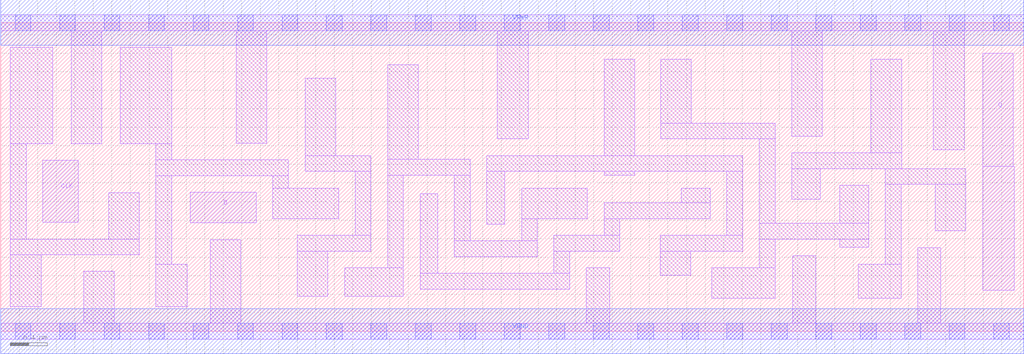
<source format=lef>
# Copyright 2020 The SkyWater PDK Authors
#
# Licensed under the Apache License, Version 2.0 (the "License");
# you may not use this file except in compliance with the License.
# You may obtain a copy of the License at
#
#     https://www.apache.org/licenses/LICENSE-2.0
#
# Unless required by applicable law or agreed to in writing, software
# distributed under the License is distributed on an "AS IS" BASIS,
# WITHOUT WARRANTIES OR CONDITIONS OF ANY KIND, either express or implied.
# See the License for the specific language governing permissions and
# limitations under the License.
#
# SPDX-License-Identifier: Apache-2.0

VERSION 5.7 ;
  NAMESCASESENSITIVE ON ;
  NOWIREEXTENSIONATPIN ON ;
  DIVIDERCHAR "/" ;
  BUSBITCHARS "[]" ;
UNITS
  DATABASE MICRONS 200 ;
END UNITS
MACRO sky130_fd_sc_lp__dfxtp_lp
  CLASS CORE ;
  SOURCE USER ;
  FOREIGN sky130_fd_sc_lp__dfxtp_lp ;
  ORIGIN  0.000000  0.000000 ;
  SIZE  11.04000 BY  3.330000 ;
  SYMMETRY X Y R90 ;
  SITE unit ;
  PIN D
    ANTENNAGATEAREA  0.376000 ;
    DIRECTION INPUT ;
    USE SIGNAL ;
    PORT
      LAYER li1 ;
        RECT 2.045000 1.170000 2.755000 1.500000 ;
    END
  END D
  PIN Q
    ANTENNADIFFAREA  0.400500 ;
    DIRECTION OUTPUT ;
    USE SIGNAL ;
    PORT
      LAYER li1 ;
        RECT 10.595000 0.440000 10.935000 1.780000 ;
        RECT 10.595000 1.780000 10.925000 3.000000 ;
    END
  END Q
  PIN CLK
    ANTENNAGATEAREA  0.376000 ;
    DIRECTION INPUT ;
    USE CLOCK ;
    PORT
      LAYER li1 ;
        RECT 0.455000 1.175000 0.835000 1.845000 ;
    END
  END CLK
  PIN VGND
    DIRECTION INOUT ;
    USE GROUND ;
    PORT
      LAYER met1 ;
        RECT 0.000000 -0.245000 11.040000 0.245000 ;
    END
  END VGND
  PIN VPWR
    DIRECTION INOUT ;
    USE POWER ;
    PORT
      LAYER met1 ;
        RECT 0.000000 3.085000 11.040000 3.575000 ;
    END
  END VPWR
  OBS
    LAYER li1 ;
      RECT  0.000000 -0.085000 11.040000 0.085000 ;
      RECT  0.000000  3.245000 11.040000 3.415000 ;
      RECT  0.105000  0.265000  0.435000 0.825000 ;
      RECT  0.105000  0.825000  1.495000 0.995000 ;
      RECT  0.105000  0.995000  0.275000 2.025000 ;
      RECT  0.105000  2.025000  0.560000 3.065000 ;
      RECT  0.760000  2.025000  1.090000 3.245000 ;
      RECT  0.895000  0.085000  1.225000 0.645000 ;
      RECT  1.165000  0.995000  1.495000 1.495000 ;
      RECT  1.290000  2.025000  1.845000 3.065000 ;
      RECT  1.675000  0.265000  2.015000 0.725000 ;
      RECT  1.675000  0.725000  1.845000 1.680000 ;
      RECT  1.675000  1.680000  3.105000 1.850000 ;
      RECT  1.675000  1.850000  1.845000 2.025000 ;
      RECT  2.260000  0.085000  2.590000 0.990000 ;
      RECT  2.540000  2.030000  2.870000 3.245000 ;
      RECT  2.935000  1.215000  3.645000 1.545000 ;
      RECT  2.935000  1.545000  3.105000 1.680000 ;
      RECT  3.200000  0.375000  3.530000 0.865000 ;
      RECT  3.200000  0.865000  3.995000 1.035000 ;
      RECT  3.285000  1.725000  3.995000 1.895000 ;
      RECT  3.285000  1.895000  3.615000 2.730000 ;
      RECT  3.710000  0.375000  4.345000 0.685000 ;
      RECT  3.825000  1.035000  3.995000 1.725000 ;
      RECT  4.175000  0.685000  4.345000 1.685000 ;
      RECT  4.175000  1.685000  5.065000 1.855000 ;
      RECT  4.175000  1.855000  4.505000 2.875000 ;
      RECT  4.525000  0.455000  6.140000 0.625000 ;
      RECT  4.525000  0.625000  4.715000 1.485000 ;
      RECT  4.895000  0.805000  5.790000 0.975000 ;
      RECT  4.895000  0.975000  5.065000 1.685000 ;
      RECT  5.245000  1.155000  5.440000 1.725000 ;
      RECT  5.245000  1.725000  8.005000 1.895000 ;
      RECT  5.360000  2.075000  5.690000 3.245000 ;
      RECT  5.620000  0.975000  5.790000 1.215000 ;
      RECT  5.620000  1.215000  6.330000 1.545000 ;
      RECT  5.970000  0.625000  6.140000 0.865000 ;
      RECT  5.970000  0.865000  6.680000 1.035000 ;
      RECT  6.320000  0.085000  6.570000 0.685000 ;
      RECT  6.510000  1.035000  6.680000 1.215000 ;
      RECT  6.510000  1.215000  7.655000 1.385000 ;
      RECT  6.510000  1.685000  6.840000 1.725000 ;
      RECT  6.510000  1.895000  6.840000 2.935000 ;
      RECT  7.115000  0.605000  7.445000 0.865000 ;
      RECT  7.115000  0.865000  8.005000 1.035000 ;
      RECT  7.120000  2.075000  8.355000 2.245000 ;
      RECT  7.120000  2.245000  7.450000 2.935000 ;
      RECT  7.345000  1.385000  7.655000 1.545000 ;
      RECT  7.675000  0.355000  8.355000 0.685000 ;
      RECT  7.835000  1.035000  8.005000 1.725000 ;
      RECT  8.185000  0.685000  8.355000 0.995000 ;
      RECT  8.185000  0.995000  9.365000 1.165000 ;
      RECT  8.185000  1.165000  8.355000 2.075000 ;
      RECT  8.535000  1.425000  8.845000 1.755000 ;
      RECT  8.535000  1.755000  9.720000 1.925000 ;
      RECT  8.535000  2.105000  8.865000 3.245000 ;
      RECT  8.545000  0.085000  8.795000 0.815000 ;
      RECT  9.055000  0.905000  9.365000 0.995000 ;
      RECT  9.055000  1.165000  9.365000 1.575000 ;
      RECT  9.255000  0.355000  9.715000 0.725000 ;
      RECT  9.390000  1.925000  9.720000 2.935000 ;
      RECT  9.545000  0.725000  9.715000 1.585000 ;
      RECT  9.545000  1.585000 10.415000 1.755000 ;
      RECT  9.895000  0.085000 10.145000 0.900000 ;
      RECT 10.065000  1.960000 10.395000 3.245000 ;
      RECT 10.085000  1.085000 10.415000 1.585000 ;
    LAYER mcon ;
      RECT  0.155000 -0.085000  0.325000 0.085000 ;
      RECT  0.155000  3.245000  0.325000 3.415000 ;
      RECT  0.635000 -0.085000  0.805000 0.085000 ;
      RECT  0.635000  3.245000  0.805000 3.415000 ;
      RECT  1.115000 -0.085000  1.285000 0.085000 ;
      RECT  1.115000  3.245000  1.285000 3.415000 ;
      RECT  1.595000 -0.085000  1.765000 0.085000 ;
      RECT  1.595000  3.245000  1.765000 3.415000 ;
      RECT  2.075000 -0.085000  2.245000 0.085000 ;
      RECT  2.075000  3.245000  2.245000 3.415000 ;
      RECT  2.555000 -0.085000  2.725000 0.085000 ;
      RECT  2.555000  3.245000  2.725000 3.415000 ;
      RECT  3.035000 -0.085000  3.205000 0.085000 ;
      RECT  3.035000  3.245000  3.205000 3.415000 ;
      RECT  3.515000 -0.085000  3.685000 0.085000 ;
      RECT  3.515000  3.245000  3.685000 3.415000 ;
      RECT  3.995000 -0.085000  4.165000 0.085000 ;
      RECT  3.995000  3.245000  4.165000 3.415000 ;
      RECT  4.475000 -0.085000  4.645000 0.085000 ;
      RECT  4.475000  3.245000  4.645000 3.415000 ;
      RECT  4.955000 -0.085000  5.125000 0.085000 ;
      RECT  4.955000  3.245000  5.125000 3.415000 ;
      RECT  5.435000 -0.085000  5.605000 0.085000 ;
      RECT  5.435000  3.245000  5.605000 3.415000 ;
      RECT  5.915000 -0.085000  6.085000 0.085000 ;
      RECT  5.915000  3.245000  6.085000 3.415000 ;
      RECT  6.395000 -0.085000  6.565000 0.085000 ;
      RECT  6.395000  3.245000  6.565000 3.415000 ;
      RECT  6.875000 -0.085000  7.045000 0.085000 ;
      RECT  6.875000  3.245000  7.045000 3.415000 ;
      RECT  7.355000 -0.085000  7.525000 0.085000 ;
      RECT  7.355000  3.245000  7.525000 3.415000 ;
      RECT  7.835000 -0.085000  8.005000 0.085000 ;
      RECT  7.835000  3.245000  8.005000 3.415000 ;
      RECT  8.315000 -0.085000  8.485000 0.085000 ;
      RECT  8.315000  3.245000  8.485000 3.415000 ;
      RECT  8.795000 -0.085000  8.965000 0.085000 ;
      RECT  8.795000  3.245000  8.965000 3.415000 ;
      RECT  9.275000 -0.085000  9.445000 0.085000 ;
      RECT  9.275000  3.245000  9.445000 3.415000 ;
      RECT  9.755000 -0.085000  9.925000 0.085000 ;
      RECT  9.755000  3.245000  9.925000 3.415000 ;
      RECT 10.235000 -0.085000 10.405000 0.085000 ;
      RECT 10.235000  3.245000 10.405000 3.415000 ;
      RECT 10.715000 -0.085000 10.885000 0.085000 ;
      RECT 10.715000  3.245000 10.885000 3.415000 ;
  END
END sky130_fd_sc_lp__dfxtp_lp
END LIBRARY

</source>
